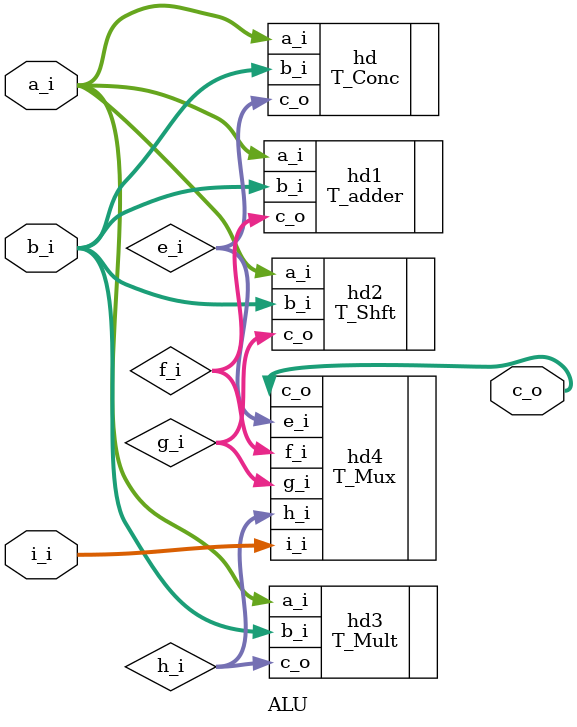
<source format=v>
`timescale 1ns / 1ps


module ALU(
    input [3:0]a_i,
    input [3:0]b_i,
    input [1:0]i_i,
    output [7:0]c_o
    );
    wire [7:0]e_i;
    wire [7:0]f_i;
    wire [7:0]g_i;
    wire [7:0]h_i;
    
    T_Conc hd (.a_i(a_i),.b_i(b_i),.c_o(e_i));
    T_adder hd1 (.a_i(a_i),.b_i(b_i),.c_o(f_i));
    T_Shft hd2 (.a_i(a_i),.b_i(b_i),.c_o(g_i));
    T_Mult hd3 (.a_i(a_i),.b_i(b_i),.c_o(h_i));
    T_Mux hd4 (.e_i(e_i),.f_i(f_i),.g_i(g_i),.h_i(h_i),.i_i(i_i),.c_o(c_o));
endmodule

</source>
